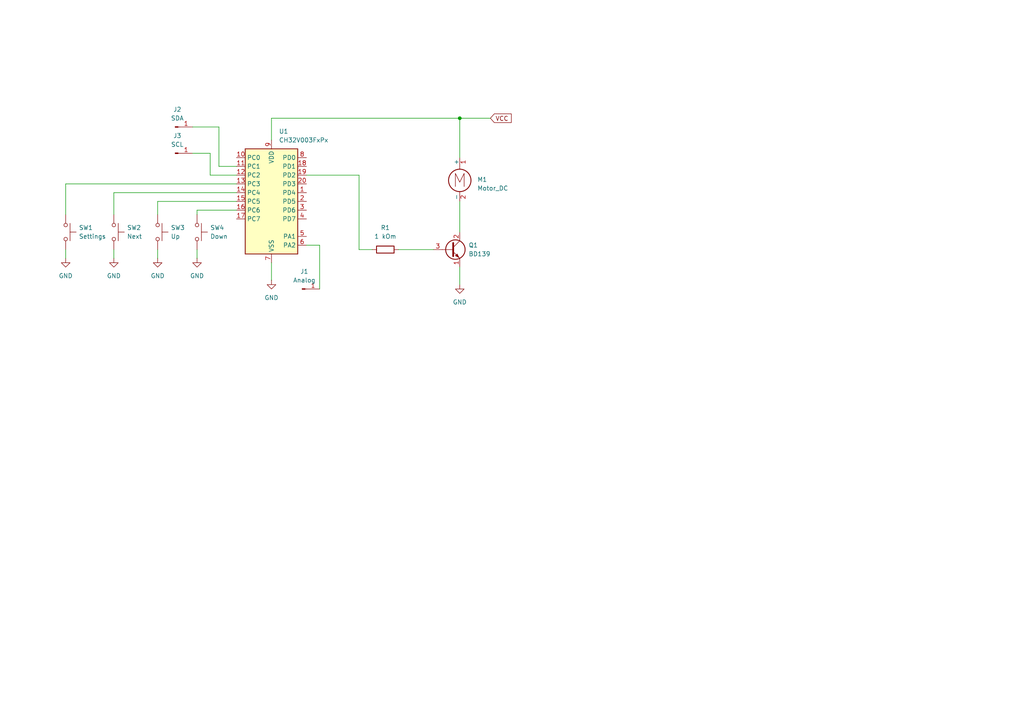
<source format=kicad_sch>
(kicad_sch (version 20250114) (generator "eeschema") (generator_version "9.0")
  (paper "A4")
  (lib_symbols
    (symbol "Connector:Conn_01x01_Pin" (pin_names (offset 1.016) (hide yes))
      (property "Reference" "J" (at 0 2.54 0))
      (property "Value" "Conn_01x01_Pin" (at 0 -2.54 0))
      (symbol "Conn_01x01_Pin_1_1"
        (rectangle (start 0.8636 0.127) (end 0 -0.127) (stroke (width 0.1524)) (fill (type outline)))
        (polyline (pts (xy 1.27 0) (xy 0.8636 0)) (stroke (width 0.1524)))
        (pin passive line (at 5.08 0 180) (length 3.81) (name "Pin_1") (number "1"))
      )
    )
    (symbol "Device:R" (pin_numbers (hide yes)) (pin_names (offset 0))
      (property "Reference" "R" (at 2.032 0 90))
      (property "Value" "R" (at 0 0 90))
      (symbol "R_0_1"
        (rectangle (start -1.016 -2.54) (end 1.016 2.54) (stroke (width 0.254)))
      )
      (symbol "R_1_1"
        (pin passive line (at 0 3.81 270) (length 1.27) (name "~") (number "1"))
        (pin passive line (at 0 -3.81 90) (length 1.27) (name "~") (number "2"))
      )
    )
    (symbol "MCU_WCH_CH32V0:CH32V003FxPx"
      (property "Reference" "U" (at -7.62 17.78 0))
      (property "Value" "CH32V003FxPx" (at 7.62 17.78 0))
      (symbol "CH32V003FxPx_1_1"
        (rectangle (start -7.62 15.24) (end 7.62 -15.24) (stroke (width 0.254)) (fill (type background)))
        (pin bidirectional line (at -10.16 12.7 0) (length 2.54) (name "PC0") (number "10"))
        (pin bidirectional line (at -10.16 10.16 0) (length 2.54) (name "PC1") (number "11"))
        (pin bidirectional line (at -10.16 7.62 0) (length 2.54) (name "PC2") (number "12"))
        (pin bidirectional line (at -10.16 5.08 0) (length 2.54) (name "PC3") (number "13"))
        (pin bidirectional line (at -10.16 2.54 0) (length 2.54) (name "PC4") (number "14"))
        (pin bidirectional line (at -10.16 0 0) (length 2.54) (name "PC5") (number "15"))
        (pin bidirectional line (at -10.16 -2.54 0) (length 2.54) (name "PC6") (number "16"))
        (pin bidirectional line (at -10.16 -5.08 0) (length 2.54) (name "PC7") (number "17"))
        (pin power_in line (at 0 17.78 270) (length 2.54) (name "VDD") (number "9"))
        (pin power_in line (at 0 -17.78 90) (length 2.54) (name "VSS") (number "7"))
        (pin bidirectional line (at 10.16 12.7 180) (length 2.54) (name "PD0") (number "8"))
        (pin bidirectional line (at 10.16 10.16 180) (length 2.54) (name "PD1") (number "18"))
        (pin bidirectional line (at 10.16 7.62 180) (length 2.54) (name "PD2") (number "19"))
        (pin bidirectional line (at 10.16 5.08 180) (length 2.54) (name "PD3") (number "20"))
        (pin bidirectional line (at 10.16 2.54 180) (length 2.54) (name "PD4") (number "1"))
        (pin bidirectional line (at 10.16 0 180) (length 2.54) (name "PD5") (number "2"))
        (pin bidirectional line (at 10.16 -2.54 180) (length 2.54) (name "PD6") (number "3"))
        (pin bidirectional line (at 10.16 -5.08 180) (length 2.54) (name "PD7") (number "4"))
        (pin bidirectional line (at 10.16 -10.16 180) (length 2.54) (name "PA1") (number "5"))
        (pin bidirectional line (at 10.16 -12.7 180) (length 2.54) (name "PA2") (number "6"))
      )
    )
    (symbol "Motor:Motor_DC" (pin_names (offset 0))
      (property "Reference" "M" (at 2.54 2.54 0))
      (property "Value" "Motor_DC" (at 2.54 -5.08 0))
      (symbol "Motor_DC_0_0"
        (polyline (pts (xy -1.27 -3.302) (xy -1.27 0.508) (xy 0 -2.032) (xy 1.27 0.508) (xy 1.27 -3.302)))
      )
      (symbol "Motor_DC_0_1"
        (polyline (pts (xy 0 2.032) (xy 0 2.54)))
        (polyline (pts (xy 0 1.7272) (xy 0 2.0828)))
        (circle (center 0 -1.524) (radius 3.2512) (stroke (width 0.254)))
        (polyline (pts (xy 0 -4.7752) (xy 0 -5.1816)))
        (polyline (pts (xy 0 -7.62) (xy 0 -7.112)))
      )
      (symbol "Motor_DC_1_1"
        (pin passive line (at 0 5.08 270) (length 2.54) (name "+") (number "1"))
        (pin passive line (at 0 -7.62 90) (length 2.54) (name "-") (number "2"))
      )
    )
    (symbol "Switch:SW_Push" (pin_numbers (hide yes)) (pin_names (offset 1.016) (hide yes))
      (property "Reference" "SW" (at 1.27 2.54 0))
      (property "Value" "SW_Push" (at 0 -1.524 0))
      (symbol "SW_Push_0_1"
        (circle (center -2.032 0) (radius 0.508))
        (polyline (pts (xy 0 1.27) (xy 0 3.048)))
        (circle (center 2.032 0) (radius 0.508))
        (polyline (pts (xy 2.54 1.27) (xy -2.54 1.27)))
        (pin passive line (at -5.08 0 0) (length 2.54) (name "1") (number "1"))
        (pin passive line (at 5.08 0 180) (length 2.54) (name "2") (number "2"))
      )
    )
    (symbol "Transistor_BJT:BD139" (pin_names (offset 0) (hide yes))
      (property "Reference" "Q" (at 5.08 1.905 0))
      (property "Value" "BD139" (at 5.08 0 0))
      (symbol "BD139_0_1"
        (polyline (pts (xy -2.54 0) (xy 0.635 0)))
        (polyline (pts (xy 0.635 1.905) (xy 0.635 -1.905)) (stroke (width 0.508)))
        (circle (center 1.27 0) (radius 2.8194) (stroke (width 0.254)))
      )
      (symbol "BD139_1_1"
        (polyline (pts (xy 0.635 0.635) (xy 2.54 2.54)))
        (polyline (pts (xy 0.635 -0.635) (xy 2.54 -2.54)))
        (polyline (pts (xy 1.27 -1.778) (xy 1.778 -1.27) (xy 2.286 -2.286) (xy 1.27 -1.778)) (fill (type outline)))
        (pin input line (at -5.08 0 0) (length 2.54) (name "B") (number "3"))
        (pin passive line (at 2.54 5.08 270) (length 2.54) (name "C") (number "2"))
        (pin passive line (at 2.54 -5.08 90) (length 2.54) (name "E") (number "1"))
      )
    )
    (symbol "power:GND" (power) (pin_numbers (hide yes)) (pin_names (offset 0) (hide yes))
      (property "Value" "GND" (at 0 -3.81 0))
      (symbol "GND_0_1"
        (polyline (pts (xy 0 0) (xy 0 -1.27) (xy 1.27 -1.27) (xy 0 -2.54) (xy -1.27 -1.27) (xy 0 -1.27)))
      )
      (symbol "GND_1_1"
        (pin power_in line (at 0 0 270) (length 0) (name "~") (number "1"))
      )
    )
  )
  (junction (at 133.35 34.29))
  (wire (pts (xy 68.58 50.8) (xy 60.96 50.8)))
  (wire (pts (xy 19.05 72.39) (xy 19.05 74.93)))
  (wire (pts (xy 133.35 58.42) (xy 133.35 67.31)))
  (wire (pts (xy 104.14 72.39) (xy 107.95 72.39)))
  (wire (pts (xy 68.58 53.34) (xy 19.05 53.34)))
  (wire (pts (xy 55.88 36.83) (xy 63.5 36.83)))
  (wire (pts (xy 88.9 50.8) (xy 104.14 50.8)))
  (wire (pts (xy 33.02 62.23) (xy 33.02 55.88)))
  (wire (pts (xy 45.72 72.39) (xy 45.72 74.93)))
  (wire (pts (xy 19.05 53.34) (xy 19.05 62.23)))
  (wire (pts (xy 60.96 44.45) (xy 55.88 44.45)))
  (wire (pts (xy 57.15 60.96) (xy 57.15 62.23)))
  (wire (pts (xy 78.74 76.2) (xy 78.74 81.28)))
  (wire (pts (xy 33.02 72.39) (xy 33.02 74.93)))
  (wire (pts (xy 78.74 40.64) (xy 78.74 34.29)))
  (wire (pts (xy 63.5 36.83) (xy 63.5 48.26)))
  (wire (pts (xy 115.57 72.39) (xy 125.73 72.39)))
  (wire (pts (xy 63.5 48.26) (xy 68.58 48.26)))
  (wire (pts (xy 33.02 55.88) (xy 68.58 55.88)))
  (wire (pts (xy 45.72 58.42) (xy 68.58 58.42)))
  (wire (pts (xy 60.96 50.8) (xy 60.96 44.45)))
  (wire (pts (xy 133.35 45.72) (xy 133.35 34.29)))
  (wire (pts (xy 45.72 62.23) (xy 45.72 58.42)))
  (wire (pts (xy 92.71 83.82) (xy 92.71 71.12)))
  (wire (pts (xy 57.15 72.39) (xy 57.15 74.93)))
  (wire (pts (xy 104.14 50.8) (xy 104.14 72.39)))
  (wire (pts (xy 133.35 34.29) (xy 142.24 34.29)))
  (wire (pts (xy 133.35 82.55) (xy 133.35 77.47)))
  (wire (pts (xy 78.74 34.29) (xy 133.35 34.29)))
  (wire (pts (xy 68.58 60.96) (xy 57.15 60.96)))
  (wire (pts (xy 92.71 71.12) (xy 88.9 71.12)))
  (global_label "VCC" (shape input) (at 142.24 34.29 0) (property "Intersheetrefs" "${INTERSHEET_REFS}" (effects (hide yes))))
  (symbol (lib_id "Switch:SW_Push") (at 45.72 67.31 270) (unit 1)
    (property "Reference" "SW3" (at 49.53 66.0399 90) (effects (justify left)))
    (property "Value" "Up" (at 49.53 68.5799 90) (effects (justify left)))
    (property "Description" "Push button switch, generic, two pins" (effects (hide yes)))
  )
  (symbol (lib_id "power:GND") (at 78.74 81.28 0) (unit 1)
    (property "Reference" "#PWR02" (effects (hide yes)))
    (property "Value" "GND" (at 78.74 86.36 0))
    (property "Description" "Power symbol creates a global label with name \"GND\" , ground" (effects (hide yes)))
  )
  (symbol (lib_id "Connector:Conn_01x01_Pin") (at 50.8 36.83 0) (unit 1)
    (property "Reference" "J2" (at 51.435 31.75 0))
    (property "Value" "SDA" (at 51.435 34.29 0))
    (property "Description" "Generic connector, single row, 01x01, script generated" (effects (hide yes)))
  )
  (symbol (lib_id "Switch:SW_Push") (at 19.05 67.31 270) (unit 1)
    (property "Reference" "SW1" (at 22.86 66.0399 90) (effects (justify left)))
    (property "Value" "Settings" (at 22.86 68.5799 90) (effects (justify left)))
    (property "Description" "Push button switch, generic, two pins" (effects (hide yes)))
  )
  (symbol (lib_id "power:GND") (at 45.72 74.93 0) (unit 1)
    (property "Reference" "#PWR03" (effects (hide yes)))
    (property "Value" "GND" (at 45.72 80.01 0))
    (property "Description" "Power symbol creates a global label with name \"GND\" , ground" (effects (hide yes)))
  )
  (symbol (lib_id "Connector:Conn_01x01_Pin") (at 50.8 44.45 0) (unit 1)
    (property "Reference" "J3" (at 51.435 39.37 0))
    (property "Value" "SCL" (at 51.435 41.91 0))
    (property "Description" "Generic connector, single row, 01x01, script generated" (effects (hide yes)))
  )
  (symbol (lib_id "MCU_WCH_CH32V0:CH32V003FxPx") (at 78.74 58.42 0) (unit 1)
    (property "Reference" "U1" (at 80.8833 38.1 0) (effects (justify left)))
    (property "Value" "CH32V003FxPx" (at 80.8833 40.64 0) (effects (justify left)))
    (property "Footprint" "Package_SO:TSSOP-20_4.4x6.5mm_P0.65mm" (effects (hide yes)))
    (property "Datasheet" "https://www.wch-ic.com/products/CH32V003.html" (effects (hide yes)))
    (property "Description" "CH32V003 series are industrial-grade general-purpose microcontrollers designed based on 32-bit RISC-V instruction set and architecture. It adopts QingKe V2A core, RV32EC instruction set, and supports 2 levels of interrupt nesting. The series are mounted with rich peripheral interfaces and function modules. Its internal organizational structure meets the low-cost and low-power embedded application scenarios." (effects (hide yes)))
  )
  (symbol (lib_id "Switch:SW_Push") (at 33.02 67.31 270) (unit 1)
    (property "Reference" "SW2" (at 36.83 66.0399 90) (effects (justify left)))
    (property "Value" "Next" (at 36.83 68.5799 90) (effects (justify left)))
    (property "Description" "Push button switch, generic, two pins" (effects (hide yes)))
  )
  (symbol (lib_id "power:GND") (at 57.15 74.93 0) (unit 1)
    (property "Reference" "#PWR04" (effects (hide yes)))
    (property "Value" "GND" (at 57.15 80.01 0))
    (property "Description" "Power symbol creates a global label with name \"GND\" , ground" (effects (hide yes)))
  )
  (symbol (lib_id "Switch:SW_Push") (at 57.15 67.31 270) (unit 1)
    (property "Reference" "SW4" (at 60.96 66.0399 90) (effects (justify left)))
    (property "Value" "Down" (at 60.96 68.5799 90) (effects (justify left)))
    (property "Description" "Push button switch, generic, two pins" (effects (hide yes)))
  )
  (symbol (lib_id "power:GND") (at 133.35 82.55 0) (unit 1)
    (property "Reference" "#PWR01" (effects (hide yes)))
    (property "Value" "GND" (at 133.35 87.63 0))
    (property "Description" "Power symbol creates a global label with name \"GND\" , ground" (effects (hide yes)))
  )
  (symbol (lib_id "Device:R") (at 111.76 72.39 270) (unit 1)
    (property "Reference" "R1" (at 111.76 66.04 90))
    (property "Value" "1 kOm" (at 111.76 68.58 90))
    (property "Description" "Resistor" (effects (hide yes)))
  )
  (symbol (lib_id "power:GND") (at 33.02 74.93 0) (unit 1)
    (property "Reference" "#PWR05" (effects (hide yes)))
    (property "Value" "GND" (at 33.02 80.01 0))
    (property "Description" "Power symbol creates a global label with name \"GND\" , ground" (effects (hide yes)))
  )
  (symbol (lib_id "Connector:Conn_01x01_Pin") (at 87.63 83.82 0) (unit 1)
    (property "Reference" "J1" (at 88.265 78.74 0))
    (property "Value" "Analog" (at 88.265 81.28 0))
    (property "Description" "Generic connector, single row, 01x01, script generated" (effects (hide yes)))
  )
  (symbol (lib_id "Transistor_BJT:BD139") (at 130.81 72.39 0) (unit 1)
    (property "Reference" "Q1" (at 135.89 71.1199 0) (effects (justify left)))
    (property "Value" "BD139" (at 135.89 73.6599 0) (effects (justify left)))
    (property "Footprint" "Package_TO_SOT_THT:TO-126-3_Vertical" (effects (hide yes)))
    (property "Datasheet" "http://www.st.com/internet/com/TECHNICAL_RESOURCES/TECHNICAL_LITERATURE/DATASHEET/CD00001225.pdf" (effects (hide yes)))
    (property "Description" "1.5A Ic, 80V Vce, Low Voltage Transistor, TO-126" (effects (hide yes)))
  )
  (symbol (lib_id "power:GND") (at 19.05 74.93 0) (unit 1)
    (property "Reference" "#PWR06" (effects (hide yes)))
    (property "Value" "GND" (at 19.05 80.01 0))
    (property "Description" "Power symbol creates a global label with name \"GND\" , ground" (effects (hide yes)))
  )
  (symbol (lib_id "Motor:Motor_DC") (at 133.35 50.8 0) (unit 1)
    (property "Reference" "M1" (at 138.43 52.0699 0) (effects (justify left)))
    (property "Value" "Motor_DC" (at 138.43 54.6099 0) (effects (justify left)))
    (property "Description" "DC Motor" (effects (hide yes)))
  )
)
</source>
